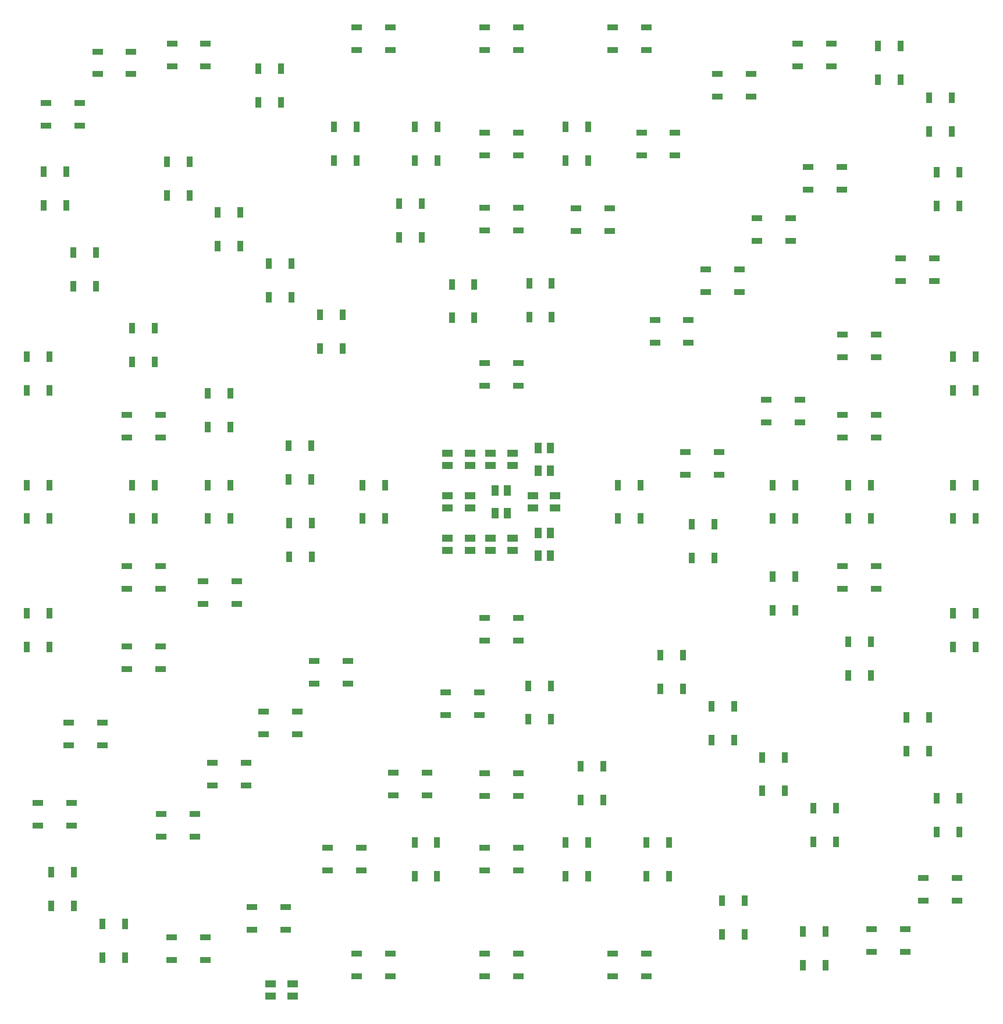
<source format=gbr>
%TF.GenerationSoftware,KiCad,Pcbnew,(6.0.8)*%
%TF.CreationDate,2022-11-03T12:51:22+01:00*%
%TF.ProjectId,BoardGame,426f6172-6447-4616-9d65-2e6b69636164,rev?*%
%TF.SameCoordinates,Original*%
%TF.FileFunction,Paste,Top*%
%TF.FilePolarity,Positive*%
%FSLAX46Y46*%
G04 Gerber Fmt 4.6, Leading zero omitted, Abs format (unit mm)*
G04 Created by KiCad (PCBNEW (6.0.8)) date 2022-11-03 12:51:22*
%MOMM*%
%LPD*%
G01*
G04 APERTURE LIST*
%ADD10R,0.900000X1.500000*%
%ADD11R,1.500000X0.900000*%
%ADD12R,1.500000X1.100000*%
%ADD13R,1.100000X1.500000*%
G04 APERTURE END LIST*
D10*
%TO.C,D1002*%
X116280000Y-78870000D03*
X112980000Y-78870000D03*
X112980000Y-83770000D03*
X116280000Y-83770000D03*
%TD*%
D11*
%TO.C,D1045*%
X95980000Y-150350000D03*
X95980000Y-153650000D03*
X100880000Y-153650000D03*
X100880000Y-150350000D03*
%TD*%
D10*
%TO.C,D1086*%
X78250000Y-84550000D03*
X74950000Y-84550000D03*
X74950000Y-89450000D03*
X78250000Y-89450000D03*
%TD*%
D11*
%TO.C,D1056*%
X89460000Y-96320000D03*
X89460000Y-99620000D03*
X94360000Y-99620000D03*
X94360000Y-96320000D03*
%TD*%
%TO.C,D1016*%
X159760000Y-47560000D03*
X159760000Y-44260000D03*
X154860000Y-44260000D03*
X154860000Y-47560000D03*
%TD*%
D10*
%TO.C,D1028*%
X171720000Y-95130000D03*
X175020000Y-95130000D03*
X175020000Y-90230000D03*
X171720000Y-90230000D03*
%TD*%
%TO.C,D1021*%
X206230000Y-33110000D03*
X209530000Y-33110000D03*
X209530000Y-28210000D03*
X206230000Y-28210000D03*
%TD*%
D12*
%TO.C,D1102*%
X142360000Y-92300000D03*
X142360000Y-94080000D03*
X145640000Y-94080000D03*
X145640000Y-92300000D03*
%TD*%
D11*
%TO.C,D1051*%
X105490000Y-101860000D03*
X105490000Y-98560000D03*
X100590000Y-98560000D03*
X100590000Y-101860000D03*
%TD*%
%TO.C,D1089*%
X146450000Y-21250000D03*
X146450000Y-17950000D03*
X141550000Y-17950000D03*
X141550000Y-21250000D03*
%TD*%
%TO.C,D1057*%
X146450000Y-47530000D03*
X146450000Y-44230000D03*
X141550000Y-44230000D03*
X141550000Y-47530000D03*
%TD*%
D12*
%TO.C,D1106*%
X110360000Y-157110000D03*
X110360000Y-158890000D03*
X113640000Y-158890000D03*
X113640000Y-157110000D03*
%TD*%
D10*
%TO.C,D1020*%
X198750000Y-25590000D03*
X202050000Y-25590000D03*
X202050000Y-20690000D03*
X198750000Y-20690000D03*
%TD*%
%TO.C,D1038*%
X158860000Y-125510000D03*
X155560000Y-125510000D03*
X155560000Y-130410000D03*
X158860000Y-130410000D03*
%TD*%
%TO.C,D1080*%
X189410000Y-136510000D03*
X192710000Y-136510000D03*
X192710000Y-131610000D03*
X189410000Y-131610000D03*
%TD*%
D12*
%TO.C,D1100*%
X148550000Y-86110000D03*
X148550000Y-87890000D03*
X151830000Y-87890000D03*
X151830000Y-86110000D03*
%TD*%
D11*
%TO.C,D1081*%
X116780000Y-110120000D03*
X116780000Y-113420000D03*
X121680000Y-113420000D03*
X121680000Y-110120000D03*
%TD*%
D10*
%TO.C,D1066*%
X131350000Y-141450000D03*
X134650000Y-141450000D03*
X134650000Y-136550000D03*
X131350000Y-136550000D03*
%TD*%
D11*
%TO.C,D1040*%
X141550000Y-103930000D03*
X141550000Y-107230000D03*
X146450000Y-107230000D03*
X146450000Y-103930000D03*
%TD*%
D10*
%TO.C,D1085*%
X78250000Y-103200000D03*
X74950000Y-103200000D03*
X74950000Y-108100000D03*
X78250000Y-108100000D03*
%TD*%
D11*
%TO.C,D1043*%
X118720000Y-137350000D03*
X118720000Y-140650000D03*
X123620000Y-140650000D03*
X123620000Y-137350000D03*
%TD*%
D10*
%TO.C,D1037*%
X168380000Y-136550000D03*
X165080000Y-136550000D03*
X165080000Y-141450000D03*
X168380000Y-141450000D03*
%TD*%
D11*
%TO.C,D1017*%
X169280000Y-36560000D03*
X169280000Y-33260000D03*
X164380000Y-33260000D03*
X164380000Y-36560000D03*
%TD*%
%TO.C,D1067*%
X146450000Y-140650000D03*
X146450000Y-137350000D03*
X141550000Y-137350000D03*
X141550000Y-140650000D03*
%TD*%
D10*
%TO.C,D1072*%
X98590000Y-37490000D03*
X95290000Y-37490000D03*
X95290000Y-42390000D03*
X98590000Y-42390000D03*
%TD*%
D11*
%TO.C,D1041*%
X135870000Y-114720000D03*
X135870000Y-118020000D03*
X140770000Y-118020000D03*
X140770000Y-114720000D03*
%TD*%
%TO.C,D1074*%
X178650000Y-56450000D03*
X178650000Y-53150000D03*
X173750000Y-53150000D03*
X173750000Y-56450000D03*
%TD*%
%TO.C,D1009*%
X100950000Y-23650000D03*
X100950000Y-20350000D03*
X96050000Y-20350000D03*
X96050000Y-23650000D03*
%TD*%
%TO.C,D1033*%
X205410000Y-141750000D03*
X205410000Y-145050000D03*
X210310000Y-145050000D03*
X210310000Y-141750000D03*
%TD*%
D10*
%TO.C,D1046*%
X89250000Y-148410000D03*
X85950000Y-148410000D03*
X85950000Y-153310000D03*
X89250000Y-153310000D03*
%TD*%
%TO.C,D1052*%
X116440000Y-90130000D03*
X113140000Y-90130000D03*
X113140000Y-95030000D03*
X116440000Y-95030000D03*
%TD*%
%TO.C,D1061*%
X183470000Y-89450000D03*
X186770000Y-89450000D03*
X186770000Y-84550000D03*
X183470000Y-84550000D03*
%TD*%
D11*
%TO.C,D1062*%
X198540000Y-99620000D03*
X198540000Y-96320000D03*
X193640000Y-96320000D03*
X193640000Y-99620000D03*
%TD*%
D10*
%TO.C,D1070*%
X113450000Y-52350000D03*
X110150000Y-52350000D03*
X110150000Y-57250000D03*
X113450000Y-57250000D03*
%TD*%
D11*
%TO.C,D1073*%
X171220000Y-63880000D03*
X171220000Y-60580000D03*
X166320000Y-60580000D03*
X166320000Y-63880000D03*
%TD*%
D10*
%TO.C,D1068*%
X153320000Y-141450000D03*
X156620000Y-141450000D03*
X156620000Y-136550000D03*
X153320000Y-136550000D03*
%TD*%
D11*
%TO.C,D1048*%
X81450000Y-134140000D03*
X81450000Y-130840000D03*
X76550000Y-130840000D03*
X76550000Y-134140000D03*
%TD*%
D10*
%TO.C,D1022*%
X207340000Y-43960000D03*
X210640000Y-43960000D03*
X210640000Y-39060000D03*
X207340000Y-39060000D03*
%TD*%
%TO.C,D1031*%
X202970000Y-123310000D03*
X206270000Y-123310000D03*
X206270000Y-118410000D03*
X202970000Y-118410000D03*
%TD*%
%TO.C,D1087*%
X78250000Y-65900000D03*
X74950000Y-65900000D03*
X74950000Y-70800000D03*
X78250000Y-70800000D03*
%TD*%
%TO.C,D1060*%
X134680000Y-32460000D03*
X131380000Y-32460000D03*
X131380000Y-37360000D03*
X134680000Y-37360000D03*
%TD*%
%TO.C,D1055*%
X90260000Y-89450000D03*
X93560000Y-89450000D03*
X93560000Y-84550000D03*
X90260000Y-84550000D03*
%TD*%
D11*
%TO.C,D1024*%
X193640000Y-62620000D03*
X193640000Y-65920000D03*
X198540000Y-65920000D03*
X198540000Y-62620000D03*
%TD*%
D10*
%TO.C,D1091*%
X209750000Y-70800000D03*
X213050000Y-70800000D03*
X213050000Y-65900000D03*
X209750000Y-65900000D03*
%TD*%
%TO.C,D1079*%
X181980000Y-129080000D03*
X185280000Y-129080000D03*
X185280000Y-124180000D03*
X181980000Y-124180000D03*
%TD*%
%TO.C,D1069*%
X120880000Y-59780000D03*
X117580000Y-59780000D03*
X117580000Y-64680000D03*
X120880000Y-64680000D03*
%TD*%
D11*
%TO.C,D1095*%
X141550000Y-152750000D03*
X141550000Y-156050000D03*
X146450000Y-156050000D03*
X146450000Y-152750000D03*
%TD*%
D10*
%TO.C,D1047*%
X81770000Y-140890000D03*
X78470000Y-140890000D03*
X78470000Y-145790000D03*
X81770000Y-145790000D03*
%TD*%
%TO.C,D1027*%
X160930000Y-89450000D03*
X164230000Y-89450000D03*
X164230000Y-84550000D03*
X160930000Y-84550000D03*
%TD*%
D12*
%TO.C,D1097*%
X139450000Y-81700000D03*
X139450000Y-79920000D03*
X136170000Y-79920000D03*
X136170000Y-81700000D03*
%TD*%
D11*
%TO.C,D1090*%
X165100000Y-21250000D03*
X165100000Y-17950000D03*
X160200000Y-17950000D03*
X160200000Y-21250000D03*
%TD*%
%TO.C,D1094*%
X160200000Y-152750000D03*
X160200000Y-156050000D03*
X165100000Y-156050000D03*
X165100000Y-152750000D03*
%TD*%
D10*
%TO.C,D1010*%
X108580000Y-28890000D03*
X111880000Y-28890000D03*
X111880000Y-23990000D03*
X108580000Y-23990000D03*
%TD*%
D12*
%TO.C,D1103*%
X136170000Y-92300000D03*
X136170000Y-94080000D03*
X139450000Y-94080000D03*
X139450000Y-92300000D03*
%TD*%
D11*
%TO.C,D1008*%
X90110000Y-24770000D03*
X90110000Y-21470000D03*
X85210000Y-21470000D03*
X85210000Y-24770000D03*
%TD*%
D10*
%TO.C,D1035*%
X191140000Y-149540000D03*
X187840000Y-149540000D03*
X187840000Y-154440000D03*
X191140000Y-154440000D03*
%TD*%
%TO.C,D1012*%
X129140000Y-48490000D03*
X132440000Y-48490000D03*
X132440000Y-43590000D03*
X129140000Y-43590000D03*
%TD*%
D13*
%TO.C,D1101*%
X149300000Y-94830000D03*
X151080000Y-94830000D03*
X151080000Y-91550000D03*
X149300000Y-91550000D03*
%TD*%
D11*
%TO.C,D1065*%
X141550000Y-126470000D03*
X141550000Y-129770000D03*
X146450000Y-129770000D03*
X146450000Y-126470000D03*
%TD*%
D13*
%TO.C,D1105*%
X143110000Y-88640000D03*
X144890000Y-88640000D03*
X144890000Y-85360000D03*
X143110000Y-85360000D03*
%TD*%
D10*
%TO.C,D1004*%
X93560000Y-61720000D03*
X90260000Y-61720000D03*
X90260000Y-66620000D03*
X93560000Y-66620000D03*
%TD*%
D12*
%TO.C,D1104*%
X139450000Y-87890000D03*
X139450000Y-86110000D03*
X136170000Y-86110000D03*
X136170000Y-87890000D03*
%TD*%
%TO.C,D1098*%
X145640000Y-81700000D03*
X145640000Y-79920000D03*
X142360000Y-79920000D03*
X142360000Y-81700000D03*
%TD*%
D11*
%TO.C,D1049*%
X85890000Y-122420000D03*
X85890000Y-119120000D03*
X80990000Y-119120000D03*
X80990000Y-122420000D03*
%TD*%
D10*
%TO.C,D1039*%
X151230000Y-113760000D03*
X147930000Y-113760000D03*
X147930000Y-118660000D03*
X151230000Y-118660000D03*
%TD*%
D11*
%TO.C,D1018*%
X180310000Y-28030000D03*
X180310000Y-24730000D03*
X175410000Y-24730000D03*
X175410000Y-28030000D03*
%TD*%
D10*
%TO.C,D1015*%
X151330000Y-55180000D03*
X148030000Y-55180000D03*
X148030000Y-60080000D03*
X151330000Y-60080000D03*
%TD*%
D11*
%TO.C,D1034*%
X197890000Y-149230000D03*
X197890000Y-152530000D03*
X202790000Y-152530000D03*
X202790000Y-149230000D03*
%TD*%
D10*
%TO.C,D1005*%
X85030000Y-50690000D03*
X81730000Y-50690000D03*
X81730000Y-55590000D03*
X85030000Y-55590000D03*
%TD*%
%TO.C,D1093*%
X209750000Y-108100000D03*
X213050000Y-108100000D03*
X213050000Y-103200000D03*
X209750000Y-103200000D03*
%TD*%
%TO.C,D1011*%
X119620000Y-37360000D03*
X122920000Y-37360000D03*
X122920000Y-32460000D03*
X119620000Y-32460000D03*
%TD*%
D11*
%TO.C,D1096*%
X122900000Y-152750000D03*
X122900000Y-156050000D03*
X127800000Y-156050000D03*
X127800000Y-152750000D03*
%TD*%
D13*
%TO.C,D1099*%
X149300000Y-82450000D03*
X151080000Y-82450000D03*
X151080000Y-79170000D03*
X149300000Y-79170000D03*
%TD*%
D11*
%TO.C,D1088*%
X127800000Y-21250000D03*
X127800000Y-17950000D03*
X122900000Y-17950000D03*
X122900000Y-21250000D03*
%TD*%
D10*
%TO.C,D1013*%
X136770000Y-60240000D03*
X140070000Y-60240000D03*
X140070000Y-55340000D03*
X136770000Y-55340000D03*
%TD*%
D11*
%TO.C,D1083*%
X101920000Y-124980000D03*
X101920000Y-128280000D03*
X106820000Y-128280000D03*
X106820000Y-124980000D03*
%TD*%
%TO.C,D1014*%
X146450000Y-70070000D03*
X146450000Y-66770000D03*
X141550000Y-66770000D03*
X141550000Y-70070000D03*
%TD*%
D10*
%TO.C,D1063*%
X197740000Y-84550000D03*
X194440000Y-84550000D03*
X194440000Y-89450000D03*
X197740000Y-89450000D03*
%TD*%
D11*
%TO.C,D1076*%
X193510000Y-41590000D03*
X193510000Y-38290000D03*
X188610000Y-38290000D03*
X188610000Y-41590000D03*
%TD*%
D10*
%TO.C,D1003*%
X104560000Y-71240000D03*
X101260000Y-71240000D03*
X101260000Y-76140000D03*
X104560000Y-76140000D03*
%TD*%
%TO.C,D1077*%
X167120000Y-114220000D03*
X170420000Y-114220000D03*
X170420000Y-109320000D03*
X167120000Y-109320000D03*
%TD*%
D11*
%TO.C,D1054*%
X89460000Y-74380000D03*
X89460000Y-77680000D03*
X94360000Y-77680000D03*
X94360000Y-74380000D03*
%TD*%
%TO.C,D1084*%
X94490000Y-132410000D03*
X94490000Y-135710000D03*
X99390000Y-135710000D03*
X99390000Y-132410000D03*
%TD*%
D10*
%TO.C,D1058*%
X156620000Y-32460000D03*
X153320000Y-32460000D03*
X153320000Y-37360000D03*
X156620000Y-37360000D03*
%TD*%
D11*
%TO.C,D1064*%
X198540000Y-77650000D03*
X198540000Y-74350000D03*
X193640000Y-74350000D03*
X193640000Y-77650000D03*
%TD*%
D10*
%TO.C,D1053*%
X104530000Y-84550000D03*
X101230000Y-84550000D03*
X101230000Y-89450000D03*
X104530000Y-89450000D03*
%TD*%
D11*
%TO.C,D1023*%
X202110000Y-51580000D03*
X202110000Y-54880000D03*
X207010000Y-54880000D03*
X207010000Y-51580000D03*
%TD*%
%TO.C,D1044*%
X107690000Y-145970000D03*
X107690000Y-149270000D03*
X112590000Y-149270000D03*
X112590000Y-145970000D03*
%TD*%
D10*
%TO.C,D1006*%
X80650000Y-38980000D03*
X77350000Y-38980000D03*
X77350000Y-43880000D03*
X80650000Y-43880000D03*
%TD*%
D11*
%TO.C,D1042*%
X128240000Y-126440000D03*
X128240000Y-129740000D03*
X133140000Y-129740000D03*
X133140000Y-126440000D03*
%TD*%
%TO.C,D1026*%
X170760000Y-79770000D03*
X170760000Y-83070000D03*
X175660000Y-83070000D03*
X175660000Y-79770000D03*
%TD*%
D10*
%TO.C,D1092*%
X209750000Y-89450000D03*
X213050000Y-89450000D03*
X213050000Y-84550000D03*
X209750000Y-84550000D03*
%TD*%
D11*
%TO.C,D1007*%
X82590000Y-32250000D03*
X82590000Y-28950000D03*
X77690000Y-28950000D03*
X77690000Y-32250000D03*
%TD*%
D10*
%TO.C,D1078*%
X174550000Y-121650000D03*
X177850000Y-121650000D03*
X177850000Y-116750000D03*
X174550000Y-116750000D03*
%TD*%
D11*
%TO.C,D1075*%
X186080000Y-49020000D03*
X186080000Y-45720000D03*
X181180000Y-45720000D03*
X181180000Y-49020000D03*
%TD*%
%TO.C,D1025*%
X182510000Y-72140000D03*
X182510000Y-75440000D03*
X187410000Y-75440000D03*
X187410000Y-72140000D03*
%TD*%
D10*
%TO.C,D1071*%
X106020000Y-44920000D03*
X102720000Y-44920000D03*
X102720000Y-49820000D03*
X106020000Y-49820000D03*
%TD*%
D11*
%TO.C,D1050*%
X94360000Y-111380000D03*
X94360000Y-108080000D03*
X89460000Y-108080000D03*
X89460000Y-111380000D03*
%TD*%
%TO.C,D1082*%
X109350000Y-117550000D03*
X109350000Y-120850000D03*
X114250000Y-120850000D03*
X114250000Y-117550000D03*
%TD*%
%TO.C,D1019*%
X192020000Y-23650000D03*
X192020000Y-20350000D03*
X187120000Y-20350000D03*
X187120000Y-23650000D03*
%TD*%
%TO.C,D1059*%
X141550000Y-33260000D03*
X141550000Y-36560000D03*
X146450000Y-36560000D03*
X146450000Y-33260000D03*
%TD*%
D10*
%TO.C,D1030*%
X194440000Y-112280000D03*
X197740000Y-112280000D03*
X197740000Y-107380000D03*
X194440000Y-107380000D03*
%TD*%
%TO.C,D1036*%
X179420000Y-145050000D03*
X176120000Y-145050000D03*
X176120000Y-149950000D03*
X179420000Y-149950000D03*
%TD*%
%TO.C,D1032*%
X207350000Y-135020000D03*
X210650000Y-135020000D03*
X210650000Y-130120000D03*
X207350000Y-130120000D03*
%TD*%
%TO.C,D1029*%
X183440000Y-102760000D03*
X186740000Y-102760000D03*
X186740000Y-97860000D03*
X183440000Y-97860000D03*
%TD*%
%TO.C,D1001*%
X127070000Y-84550000D03*
X123770000Y-84550000D03*
X123770000Y-89450000D03*
X127070000Y-89450000D03*
%TD*%
M02*

</source>
